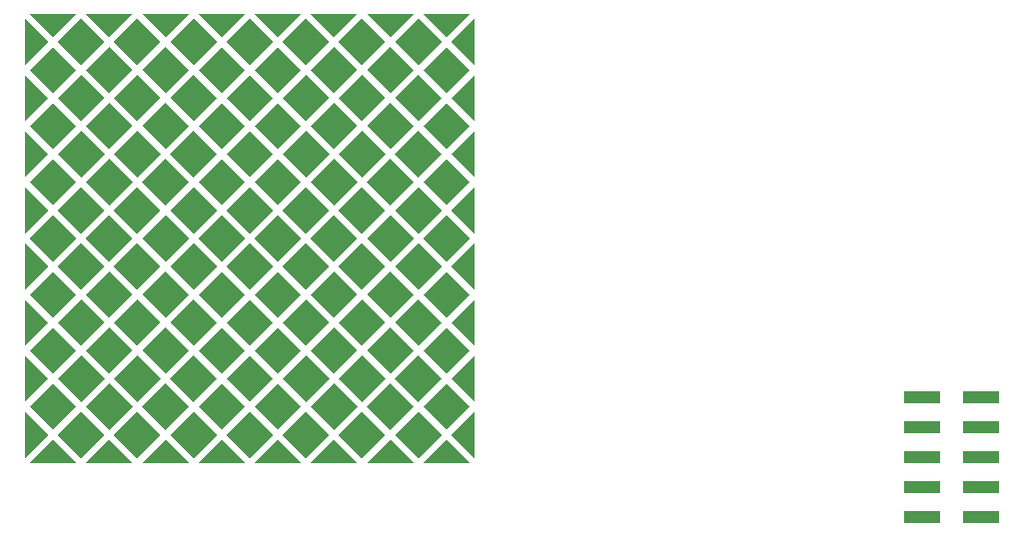
<source format=gbp>
G04 #@! TF.GenerationSoftware,KiCad,Pcbnew,(5.1.8)-1*
G04 #@! TF.CreationDate,2020-12-31T16:53:10-05:00*
G04 #@! TF.ProjectId,trackpad_test,74726163-6b70-4616-945f-746573742e6b,rev?*
G04 #@! TF.SameCoordinates,Original*
G04 #@! TF.FileFunction,Paste,Bot*
G04 #@! TF.FilePolarity,Positive*
%FSLAX46Y46*%
G04 Gerber Fmt 4.6, Leading zero omitted, Abs format (unit mm)*
G04 Created by KiCad (PCBNEW (5.1.8)-1) date 2020-12-31 16:53:10*
%MOMM*%
%LPD*%
G01*
G04 APERTURE LIST*
%ADD10R,3.150000X1.000000*%
%ADD11C,0.100000*%
G04 APERTURE END LIST*
D10*
X145207200Y-125628400D03*
X140157200Y-125628400D03*
X145207200Y-128168400D03*
X140157200Y-128168400D03*
X145207200Y-130708400D03*
X140157200Y-130708400D03*
X145207200Y-133248400D03*
X140157200Y-133248400D03*
X145207200Y-135788400D03*
X140157200Y-135788400D03*
D11*
G36*
X99880547Y-129180082D02*
G01*
X101858191Y-131157980D01*
X97902649Y-131157980D01*
X99880293Y-129180082D01*
X99880547Y-129180082D01*
G37*
G36*
X95118047Y-129180082D02*
G01*
X97095691Y-131157980D01*
X93140149Y-131157980D01*
X95117793Y-129180082D01*
X95118047Y-129180082D01*
G37*
G36*
X90355547Y-129180082D02*
G01*
X92333191Y-131157980D01*
X88377649Y-131157980D01*
X90355293Y-129180082D01*
X90355547Y-129180082D01*
G37*
G36*
X85593047Y-129180082D02*
G01*
X87570691Y-131157980D01*
X83615149Y-131157980D01*
X85592793Y-129180082D01*
X85593047Y-129180082D01*
G37*
G36*
X80830547Y-129180082D02*
G01*
X82808191Y-131157980D01*
X78852649Y-131157980D01*
X80830293Y-129180082D01*
X80830547Y-129180082D01*
G37*
G36*
X76068047Y-129180082D02*
G01*
X78045691Y-131157980D01*
X74090149Y-131157980D01*
X76067793Y-129180082D01*
X76068047Y-129180082D01*
G37*
G36*
X71305547Y-129180082D02*
G01*
X73283191Y-131157980D01*
X69327649Y-131157980D01*
X71305293Y-129180082D01*
X71305547Y-129180082D01*
G37*
G36*
X100282502Y-128777873D02*
G01*
X102260400Y-126800229D01*
X102260400Y-130755771D01*
X100282502Y-128778127D01*
X100282502Y-128777873D01*
G37*
G36*
X100282502Y-124015373D02*
G01*
X102260400Y-122037729D01*
X102260400Y-125993271D01*
X100282502Y-124015627D01*
X100282502Y-124015373D01*
G37*
G36*
X100282502Y-119252873D02*
G01*
X102260400Y-117275229D01*
X102260400Y-121230771D01*
X100282502Y-119253127D01*
X100282502Y-119252873D01*
G37*
G36*
X100282502Y-114490373D02*
G01*
X102260400Y-112512729D01*
X102260400Y-116468271D01*
X100282502Y-114490627D01*
X100282502Y-114490373D01*
G37*
G36*
X100282502Y-109727873D02*
G01*
X102260400Y-107750229D01*
X102260400Y-111705771D01*
X100282502Y-109728127D01*
X100282502Y-109727873D01*
G37*
G36*
X100282502Y-104965373D02*
G01*
X102260400Y-102987729D01*
X102260400Y-106943271D01*
X100282502Y-104965627D01*
X100282502Y-104965373D01*
G37*
G36*
X100282502Y-100202873D02*
G01*
X102260400Y-98225229D01*
X102260400Y-102180771D01*
X100282502Y-100203127D01*
X100282502Y-100202873D01*
G37*
G36*
X66543047Y-129180082D02*
G01*
X68520691Y-131157980D01*
X64565149Y-131157980D01*
X66542793Y-129180082D01*
X66543047Y-129180082D01*
G37*
G36*
X100282502Y-95440373D02*
G01*
X102260400Y-93462729D01*
X102260400Y-97418271D01*
X100282502Y-95440627D01*
X100282502Y-95440373D01*
G37*
G36*
X66140838Y-128778127D02*
G01*
X64162940Y-130755771D01*
X64162940Y-126800229D01*
X66140838Y-128777873D01*
X66140838Y-128778127D01*
G37*
G36*
X66140838Y-124015627D02*
G01*
X64162940Y-125993271D01*
X64162940Y-122037729D01*
X66140838Y-124015373D01*
X66140838Y-124015627D01*
G37*
G36*
X66140838Y-119253127D02*
G01*
X64162940Y-121230771D01*
X64162940Y-117275229D01*
X66140838Y-119252873D01*
X66140838Y-119253127D01*
G37*
G36*
X66140838Y-114490627D02*
G01*
X64162940Y-116468271D01*
X64162940Y-112512729D01*
X66140838Y-114490373D01*
X66140838Y-114490627D01*
G37*
G36*
X66140838Y-109728127D02*
G01*
X64162940Y-111705771D01*
X64162940Y-107750229D01*
X66140838Y-109727873D01*
X66140838Y-109728127D01*
G37*
G36*
X66140838Y-104965627D02*
G01*
X64162940Y-106943271D01*
X64162940Y-102987729D01*
X66140838Y-104965373D01*
X66140838Y-104965627D01*
G37*
G36*
X66140838Y-100203127D02*
G01*
X64162940Y-102180771D01*
X64162940Y-98225229D01*
X66140838Y-100202873D01*
X66140838Y-100203127D01*
G37*
G36*
X99880293Y-95038418D02*
G01*
X97902649Y-93060520D01*
X101858191Y-93060520D01*
X99880547Y-95038418D01*
X99880293Y-95038418D01*
G37*
G36*
X95117793Y-95038418D02*
G01*
X93140149Y-93060520D01*
X97095691Y-93060520D01*
X95118047Y-95038418D01*
X95117793Y-95038418D01*
G37*
G36*
X90355293Y-95038418D02*
G01*
X88377649Y-93060520D01*
X92333191Y-93060520D01*
X90355547Y-95038418D01*
X90355293Y-95038418D01*
G37*
G36*
X85592793Y-95038418D02*
G01*
X83615149Y-93060520D01*
X87570691Y-93060520D01*
X85593047Y-95038418D01*
X85592793Y-95038418D01*
G37*
G36*
X80830293Y-95038418D02*
G01*
X78852649Y-93060520D01*
X82808191Y-93060520D01*
X80830547Y-95038418D01*
X80830293Y-95038418D01*
G37*
G36*
X76067793Y-95038418D02*
G01*
X74090149Y-93060520D01*
X78045691Y-93060520D01*
X76068047Y-95038418D01*
X76067793Y-95038418D01*
G37*
G36*
X71305293Y-95038418D02*
G01*
X69327649Y-93060520D01*
X73283191Y-93060520D01*
X71305547Y-95038418D01*
X71305293Y-95038418D01*
G37*
G36*
X66140838Y-95440627D02*
G01*
X64162940Y-97418271D01*
X64162940Y-93462729D01*
X66140838Y-95440373D01*
X66140838Y-95440627D01*
G37*
G36*
X68922900Y-93464844D02*
G01*
X70898556Y-95440500D01*
X68922900Y-97416156D01*
X66947244Y-95440500D01*
X68922900Y-93464844D01*
G37*
G36*
X68922900Y-98227344D02*
G01*
X70898556Y-100203000D01*
X68922900Y-102178656D01*
X66947244Y-100203000D01*
X68922900Y-98227344D01*
G37*
G36*
X68922900Y-102989844D02*
G01*
X70898556Y-104965500D01*
X68922900Y-106941156D01*
X66947244Y-104965500D01*
X68922900Y-102989844D01*
G37*
G36*
X68922900Y-107752344D02*
G01*
X70898556Y-109728000D01*
X68922900Y-111703656D01*
X66947244Y-109728000D01*
X68922900Y-107752344D01*
G37*
G36*
X68922900Y-112514844D02*
G01*
X70898556Y-114490500D01*
X68922900Y-116466156D01*
X66947244Y-114490500D01*
X68922900Y-112514844D01*
G37*
G36*
X68922900Y-117277344D02*
G01*
X70898556Y-119253000D01*
X68922900Y-121228656D01*
X66947244Y-119253000D01*
X68922900Y-117277344D01*
G37*
G36*
X68922900Y-122039844D02*
G01*
X70898556Y-124015500D01*
X68922900Y-125991156D01*
X66947244Y-124015500D01*
X68922900Y-122039844D01*
G37*
G36*
X68922900Y-126802344D02*
G01*
X70898556Y-128778000D01*
X68922900Y-130753656D01*
X66947244Y-128778000D01*
X68922900Y-126802344D01*
G37*
G36*
X73685400Y-93464844D02*
G01*
X75661056Y-95440500D01*
X73685400Y-97416156D01*
X71709744Y-95440500D01*
X73685400Y-93464844D01*
G37*
G36*
X73685400Y-98227344D02*
G01*
X75661056Y-100203000D01*
X73685400Y-102178656D01*
X71709744Y-100203000D01*
X73685400Y-98227344D01*
G37*
G36*
X73685400Y-102989844D02*
G01*
X75661056Y-104965500D01*
X73685400Y-106941156D01*
X71709744Y-104965500D01*
X73685400Y-102989844D01*
G37*
G36*
X73685400Y-107752344D02*
G01*
X75661056Y-109728000D01*
X73685400Y-111703656D01*
X71709744Y-109728000D01*
X73685400Y-107752344D01*
G37*
G36*
X73685400Y-112514844D02*
G01*
X75661056Y-114490500D01*
X73685400Y-116466156D01*
X71709744Y-114490500D01*
X73685400Y-112514844D01*
G37*
G36*
X73685400Y-117277344D02*
G01*
X75661056Y-119253000D01*
X73685400Y-121228656D01*
X71709744Y-119253000D01*
X73685400Y-117277344D01*
G37*
G36*
X73685400Y-122039844D02*
G01*
X75661056Y-124015500D01*
X73685400Y-125991156D01*
X71709744Y-124015500D01*
X73685400Y-122039844D01*
G37*
G36*
X73685400Y-126802344D02*
G01*
X75661056Y-128778000D01*
X73685400Y-130753656D01*
X71709744Y-128778000D01*
X73685400Y-126802344D01*
G37*
G36*
X78447900Y-93464844D02*
G01*
X80423556Y-95440500D01*
X78447900Y-97416156D01*
X76472244Y-95440500D01*
X78447900Y-93464844D01*
G37*
G36*
X78447900Y-98227344D02*
G01*
X80423556Y-100203000D01*
X78447900Y-102178656D01*
X76472244Y-100203000D01*
X78447900Y-98227344D01*
G37*
G36*
X78447900Y-102989844D02*
G01*
X80423556Y-104965500D01*
X78447900Y-106941156D01*
X76472244Y-104965500D01*
X78447900Y-102989844D01*
G37*
G36*
X78447900Y-107752344D02*
G01*
X80423556Y-109728000D01*
X78447900Y-111703656D01*
X76472244Y-109728000D01*
X78447900Y-107752344D01*
G37*
G36*
X78447900Y-112514844D02*
G01*
X80423556Y-114490500D01*
X78447900Y-116466156D01*
X76472244Y-114490500D01*
X78447900Y-112514844D01*
G37*
G36*
X78447900Y-117277344D02*
G01*
X80423556Y-119253000D01*
X78447900Y-121228656D01*
X76472244Y-119253000D01*
X78447900Y-117277344D01*
G37*
G36*
X78447900Y-122039844D02*
G01*
X80423556Y-124015500D01*
X78447900Y-125991156D01*
X76472244Y-124015500D01*
X78447900Y-122039844D01*
G37*
G36*
X78447900Y-126802344D02*
G01*
X80423556Y-128778000D01*
X78447900Y-130753656D01*
X76472244Y-128778000D01*
X78447900Y-126802344D01*
G37*
G36*
X83210400Y-93464844D02*
G01*
X85186056Y-95440500D01*
X83210400Y-97416156D01*
X81234744Y-95440500D01*
X83210400Y-93464844D01*
G37*
G36*
X83210400Y-98227344D02*
G01*
X85186056Y-100203000D01*
X83210400Y-102178656D01*
X81234744Y-100203000D01*
X83210400Y-98227344D01*
G37*
G36*
X83210400Y-102989844D02*
G01*
X85186056Y-104965500D01*
X83210400Y-106941156D01*
X81234744Y-104965500D01*
X83210400Y-102989844D01*
G37*
G36*
X83210400Y-107752344D02*
G01*
X85186056Y-109728000D01*
X83210400Y-111703656D01*
X81234744Y-109728000D01*
X83210400Y-107752344D01*
G37*
G36*
X83210400Y-112514844D02*
G01*
X85186056Y-114490500D01*
X83210400Y-116466156D01*
X81234744Y-114490500D01*
X83210400Y-112514844D01*
G37*
G36*
X83210400Y-117277344D02*
G01*
X85186056Y-119253000D01*
X83210400Y-121228656D01*
X81234744Y-119253000D01*
X83210400Y-117277344D01*
G37*
G36*
X83210400Y-122039844D02*
G01*
X85186056Y-124015500D01*
X83210400Y-125991156D01*
X81234744Y-124015500D01*
X83210400Y-122039844D01*
G37*
G36*
X83210400Y-126802344D02*
G01*
X85186056Y-128778000D01*
X83210400Y-130753656D01*
X81234744Y-128778000D01*
X83210400Y-126802344D01*
G37*
G36*
X87972900Y-93464844D02*
G01*
X89948556Y-95440500D01*
X87972900Y-97416156D01*
X85997244Y-95440500D01*
X87972900Y-93464844D01*
G37*
G36*
X87972900Y-98227344D02*
G01*
X89948556Y-100203000D01*
X87972900Y-102178656D01*
X85997244Y-100203000D01*
X87972900Y-98227344D01*
G37*
G36*
X87972900Y-102989844D02*
G01*
X89948556Y-104965500D01*
X87972900Y-106941156D01*
X85997244Y-104965500D01*
X87972900Y-102989844D01*
G37*
G36*
X87972900Y-107752344D02*
G01*
X89948556Y-109728000D01*
X87972900Y-111703656D01*
X85997244Y-109728000D01*
X87972900Y-107752344D01*
G37*
G36*
X87972900Y-112514844D02*
G01*
X89948556Y-114490500D01*
X87972900Y-116466156D01*
X85997244Y-114490500D01*
X87972900Y-112514844D01*
G37*
G36*
X87972900Y-117277344D02*
G01*
X89948556Y-119253000D01*
X87972900Y-121228656D01*
X85997244Y-119253000D01*
X87972900Y-117277344D01*
G37*
G36*
X87972900Y-122039844D02*
G01*
X89948556Y-124015500D01*
X87972900Y-125991156D01*
X85997244Y-124015500D01*
X87972900Y-122039844D01*
G37*
G36*
X87972900Y-126802344D02*
G01*
X89948556Y-128778000D01*
X87972900Y-130753656D01*
X85997244Y-128778000D01*
X87972900Y-126802344D01*
G37*
G36*
X92735400Y-93464844D02*
G01*
X94711056Y-95440500D01*
X92735400Y-97416156D01*
X90759744Y-95440500D01*
X92735400Y-93464844D01*
G37*
G36*
X92735400Y-98227344D02*
G01*
X94711056Y-100203000D01*
X92735400Y-102178656D01*
X90759744Y-100203000D01*
X92735400Y-98227344D01*
G37*
G36*
X92735400Y-102989844D02*
G01*
X94711056Y-104965500D01*
X92735400Y-106941156D01*
X90759744Y-104965500D01*
X92735400Y-102989844D01*
G37*
G36*
X92735400Y-107752344D02*
G01*
X94711056Y-109728000D01*
X92735400Y-111703656D01*
X90759744Y-109728000D01*
X92735400Y-107752344D01*
G37*
G36*
X92735400Y-112514844D02*
G01*
X94711056Y-114490500D01*
X92735400Y-116466156D01*
X90759744Y-114490500D01*
X92735400Y-112514844D01*
G37*
G36*
X92735400Y-117277344D02*
G01*
X94711056Y-119253000D01*
X92735400Y-121228656D01*
X90759744Y-119253000D01*
X92735400Y-117277344D01*
G37*
G36*
X92735400Y-122039844D02*
G01*
X94711056Y-124015500D01*
X92735400Y-125991156D01*
X90759744Y-124015500D01*
X92735400Y-122039844D01*
G37*
G36*
X92735400Y-126802344D02*
G01*
X94711056Y-128778000D01*
X92735400Y-130753656D01*
X90759744Y-128778000D01*
X92735400Y-126802344D01*
G37*
G36*
X97497900Y-93464844D02*
G01*
X99473556Y-95440500D01*
X97497900Y-97416156D01*
X95522244Y-95440500D01*
X97497900Y-93464844D01*
G37*
G36*
X97497900Y-98227344D02*
G01*
X99473556Y-100203000D01*
X97497900Y-102178656D01*
X95522244Y-100203000D01*
X97497900Y-98227344D01*
G37*
G36*
X97497900Y-102989844D02*
G01*
X99473556Y-104965500D01*
X97497900Y-106941156D01*
X95522244Y-104965500D01*
X97497900Y-102989844D01*
G37*
G36*
X97497900Y-107752344D02*
G01*
X99473556Y-109728000D01*
X97497900Y-111703656D01*
X95522244Y-109728000D01*
X97497900Y-107752344D01*
G37*
G36*
X97497900Y-112514844D02*
G01*
X99473556Y-114490500D01*
X97497900Y-116466156D01*
X95522244Y-114490500D01*
X97497900Y-112514844D01*
G37*
G36*
X97497900Y-117277344D02*
G01*
X99473556Y-119253000D01*
X97497900Y-121228656D01*
X95522244Y-119253000D01*
X97497900Y-117277344D01*
G37*
G36*
X97497900Y-122039844D02*
G01*
X99473556Y-124015500D01*
X97497900Y-125991156D01*
X95522244Y-124015500D01*
X97497900Y-122039844D01*
G37*
G36*
X97497900Y-126802344D02*
G01*
X99473556Y-128778000D01*
X97497900Y-130753656D01*
X95522244Y-128778000D01*
X97497900Y-126802344D01*
G37*
G36*
X66542920Y-95844824D02*
G01*
X68518576Y-97820480D01*
X66542920Y-99796136D01*
X64567264Y-97820480D01*
X66542920Y-95844824D01*
G37*
G36*
X66542920Y-100607324D02*
G01*
X68518576Y-102582980D01*
X66542920Y-104558636D01*
X64567264Y-102582980D01*
X66542920Y-100607324D01*
G37*
G36*
X66542920Y-105369824D02*
G01*
X68518576Y-107345480D01*
X66542920Y-109321136D01*
X64567264Y-107345480D01*
X66542920Y-105369824D01*
G37*
G36*
X66542920Y-110132324D02*
G01*
X68518576Y-112107980D01*
X66542920Y-114083636D01*
X64567264Y-112107980D01*
X66542920Y-110132324D01*
G37*
G36*
X66542920Y-114894824D02*
G01*
X68518576Y-116870480D01*
X66542920Y-118846136D01*
X64567264Y-116870480D01*
X66542920Y-114894824D01*
G37*
G36*
X66542920Y-119657324D02*
G01*
X68518576Y-121632980D01*
X66542920Y-123608636D01*
X64567264Y-121632980D01*
X66542920Y-119657324D01*
G37*
G36*
X66542920Y-124419824D02*
G01*
X68518576Y-126395480D01*
X66542920Y-128371136D01*
X64567264Y-126395480D01*
X66542920Y-124419824D01*
G37*
G36*
X71305420Y-95844824D02*
G01*
X73281076Y-97820480D01*
X71305420Y-99796136D01*
X69329764Y-97820480D01*
X71305420Y-95844824D01*
G37*
G36*
X71305420Y-100607324D02*
G01*
X73281076Y-102582980D01*
X71305420Y-104558636D01*
X69329764Y-102582980D01*
X71305420Y-100607324D01*
G37*
G36*
X71305420Y-105369824D02*
G01*
X73281076Y-107345480D01*
X71305420Y-109321136D01*
X69329764Y-107345480D01*
X71305420Y-105369824D01*
G37*
G36*
X71305420Y-110132324D02*
G01*
X73281076Y-112107980D01*
X71305420Y-114083636D01*
X69329764Y-112107980D01*
X71305420Y-110132324D01*
G37*
G36*
X71305420Y-114894824D02*
G01*
X73281076Y-116870480D01*
X71305420Y-118846136D01*
X69329764Y-116870480D01*
X71305420Y-114894824D01*
G37*
G36*
X71305420Y-119657324D02*
G01*
X73281076Y-121632980D01*
X71305420Y-123608636D01*
X69329764Y-121632980D01*
X71305420Y-119657324D01*
G37*
G36*
X71305420Y-124419824D02*
G01*
X73281076Y-126395480D01*
X71305420Y-128371136D01*
X69329764Y-126395480D01*
X71305420Y-124419824D01*
G37*
G36*
X76067920Y-95844824D02*
G01*
X78043576Y-97820480D01*
X76067920Y-99796136D01*
X74092264Y-97820480D01*
X76067920Y-95844824D01*
G37*
G36*
X76067920Y-100607324D02*
G01*
X78043576Y-102582980D01*
X76067920Y-104558636D01*
X74092264Y-102582980D01*
X76067920Y-100607324D01*
G37*
G36*
X76067920Y-105369824D02*
G01*
X78043576Y-107345480D01*
X76067920Y-109321136D01*
X74092264Y-107345480D01*
X76067920Y-105369824D01*
G37*
G36*
X76067920Y-110132324D02*
G01*
X78043576Y-112107980D01*
X76067920Y-114083636D01*
X74092264Y-112107980D01*
X76067920Y-110132324D01*
G37*
G36*
X76067920Y-114894824D02*
G01*
X78043576Y-116870480D01*
X76067920Y-118846136D01*
X74092264Y-116870480D01*
X76067920Y-114894824D01*
G37*
G36*
X76067920Y-119657324D02*
G01*
X78043576Y-121632980D01*
X76067920Y-123608636D01*
X74092264Y-121632980D01*
X76067920Y-119657324D01*
G37*
G36*
X76067920Y-124419824D02*
G01*
X78043576Y-126395480D01*
X76067920Y-128371136D01*
X74092264Y-126395480D01*
X76067920Y-124419824D01*
G37*
G36*
X80830420Y-95844824D02*
G01*
X82806076Y-97820480D01*
X80830420Y-99796136D01*
X78854764Y-97820480D01*
X80830420Y-95844824D01*
G37*
G36*
X80830420Y-100607324D02*
G01*
X82806076Y-102582980D01*
X80830420Y-104558636D01*
X78854764Y-102582980D01*
X80830420Y-100607324D01*
G37*
G36*
X80830420Y-105369824D02*
G01*
X82806076Y-107345480D01*
X80830420Y-109321136D01*
X78854764Y-107345480D01*
X80830420Y-105369824D01*
G37*
G36*
X80830420Y-110132324D02*
G01*
X82806076Y-112107980D01*
X80830420Y-114083636D01*
X78854764Y-112107980D01*
X80830420Y-110132324D01*
G37*
G36*
X80830420Y-114894824D02*
G01*
X82806076Y-116870480D01*
X80830420Y-118846136D01*
X78854764Y-116870480D01*
X80830420Y-114894824D01*
G37*
G36*
X80830420Y-119657324D02*
G01*
X82806076Y-121632980D01*
X80830420Y-123608636D01*
X78854764Y-121632980D01*
X80830420Y-119657324D01*
G37*
G36*
X80830420Y-124419824D02*
G01*
X82806076Y-126395480D01*
X80830420Y-128371136D01*
X78854764Y-126395480D01*
X80830420Y-124419824D01*
G37*
G36*
X85592920Y-95844824D02*
G01*
X87568576Y-97820480D01*
X85592920Y-99796136D01*
X83617264Y-97820480D01*
X85592920Y-95844824D01*
G37*
G36*
X85592920Y-100607324D02*
G01*
X87568576Y-102582980D01*
X85592920Y-104558636D01*
X83617264Y-102582980D01*
X85592920Y-100607324D01*
G37*
G36*
X85592920Y-105369824D02*
G01*
X87568576Y-107345480D01*
X85592920Y-109321136D01*
X83617264Y-107345480D01*
X85592920Y-105369824D01*
G37*
G36*
X85592920Y-110132324D02*
G01*
X87568576Y-112107980D01*
X85592920Y-114083636D01*
X83617264Y-112107980D01*
X85592920Y-110132324D01*
G37*
G36*
X85592920Y-114894824D02*
G01*
X87568576Y-116870480D01*
X85592920Y-118846136D01*
X83617264Y-116870480D01*
X85592920Y-114894824D01*
G37*
G36*
X85592920Y-119657324D02*
G01*
X87568576Y-121632980D01*
X85592920Y-123608636D01*
X83617264Y-121632980D01*
X85592920Y-119657324D01*
G37*
G36*
X85592920Y-124419824D02*
G01*
X87568576Y-126395480D01*
X85592920Y-128371136D01*
X83617264Y-126395480D01*
X85592920Y-124419824D01*
G37*
G36*
X90355420Y-95844824D02*
G01*
X92331076Y-97820480D01*
X90355420Y-99796136D01*
X88379764Y-97820480D01*
X90355420Y-95844824D01*
G37*
G36*
X90355420Y-100607324D02*
G01*
X92331076Y-102582980D01*
X90355420Y-104558636D01*
X88379764Y-102582980D01*
X90355420Y-100607324D01*
G37*
G36*
X90355420Y-105369824D02*
G01*
X92331076Y-107345480D01*
X90355420Y-109321136D01*
X88379764Y-107345480D01*
X90355420Y-105369824D01*
G37*
G36*
X90355420Y-110132324D02*
G01*
X92331076Y-112107980D01*
X90355420Y-114083636D01*
X88379764Y-112107980D01*
X90355420Y-110132324D01*
G37*
G36*
X90355420Y-114894824D02*
G01*
X92331076Y-116870480D01*
X90355420Y-118846136D01*
X88379764Y-116870480D01*
X90355420Y-114894824D01*
G37*
G36*
X90355420Y-119657324D02*
G01*
X92331076Y-121632980D01*
X90355420Y-123608636D01*
X88379764Y-121632980D01*
X90355420Y-119657324D01*
G37*
G36*
X90355420Y-124419824D02*
G01*
X92331076Y-126395480D01*
X90355420Y-128371136D01*
X88379764Y-126395480D01*
X90355420Y-124419824D01*
G37*
G36*
X95117920Y-95844824D02*
G01*
X97093576Y-97820480D01*
X95117920Y-99796136D01*
X93142264Y-97820480D01*
X95117920Y-95844824D01*
G37*
G36*
X95117920Y-100607324D02*
G01*
X97093576Y-102582980D01*
X95117920Y-104558636D01*
X93142264Y-102582980D01*
X95117920Y-100607324D01*
G37*
G36*
X95117920Y-105369824D02*
G01*
X97093576Y-107345480D01*
X95117920Y-109321136D01*
X93142264Y-107345480D01*
X95117920Y-105369824D01*
G37*
G36*
X95117920Y-110132324D02*
G01*
X97093576Y-112107980D01*
X95117920Y-114083636D01*
X93142264Y-112107980D01*
X95117920Y-110132324D01*
G37*
G36*
X95117920Y-114894824D02*
G01*
X97093576Y-116870480D01*
X95117920Y-118846136D01*
X93142264Y-116870480D01*
X95117920Y-114894824D01*
G37*
G36*
X95117920Y-119657324D02*
G01*
X97093576Y-121632980D01*
X95117920Y-123608636D01*
X93142264Y-121632980D01*
X95117920Y-119657324D01*
G37*
G36*
X95117920Y-124419824D02*
G01*
X97093576Y-126395480D01*
X95117920Y-128371136D01*
X93142264Y-126395480D01*
X95117920Y-124419824D01*
G37*
G36*
X99880420Y-95844824D02*
G01*
X101856076Y-97820480D01*
X99880420Y-99796136D01*
X97904764Y-97820480D01*
X99880420Y-95844824D01*
G37*
G36*
X99880420Y-100607324D02*
G01*
X101856076Y-102582980D01*
X99880420Y-104558636D01*
X97904764Y-102582980D01*
X99880420Y-100607324D01*
G37*
G36*
X99880420Y-105369824D02*
G01*
X101856076Y-107345480D01*
X99880420Y-109321136D01*
X97904764Y-107345480D01*
X99880420Y-105369824D01*
G37*
G36*
X99880420Y-110132324D02*
G01*
X101856076Y-112107980D01*
X99880420Y-114083636D01*
X97904764Y-112107980D01*
X99880420Y-110132324D01*
G37*
G36*
X99880420Y-114894824D02*
G01*
X101856076Y-116870480D01*
X99880420Y-118846136D01*
X97904764Y-116870480D01*
X99880420Y-114894824D01*
G37*
G36*
X99880420Y-119657324D02*
G01*
X101856076Y-121632980D01*
X99880420Y-123608636D01*
X97904764Y-121632980D01*
X99880420Y-119657324D01*
G37*
G36*
X99880420Y-124419824D02*
G01*
X101856076Y-126395480D01*
X99880420Y-128371136D01*
X97904764Y-126395480D01*
X99880420Y-124419824D01*
G37*
G36*
X66542793Y-95038418D02*
G01*
X64565149Y-93060520D01*
X68520691Y-93060520D01*
X66543047Y-95038418D01*
X66542793Y-95038418D01*
G37*
M02*

</source>
